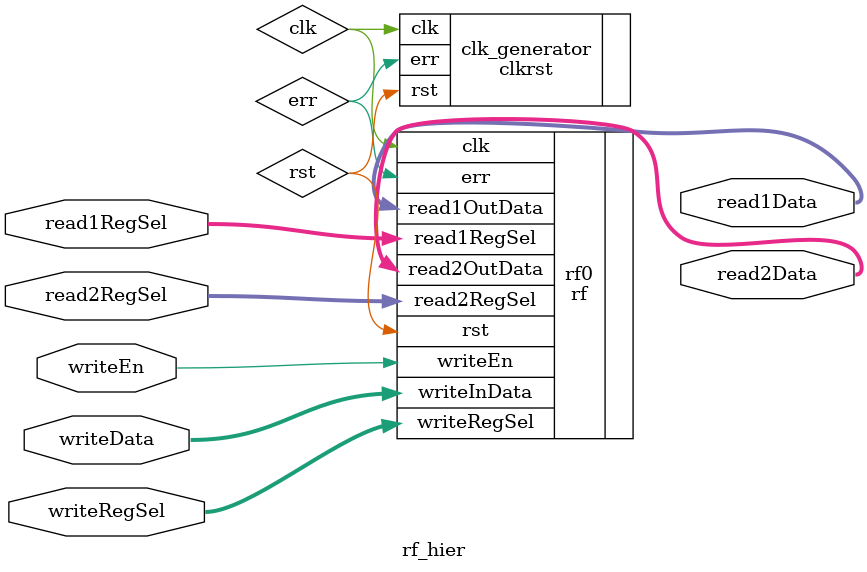
<source format=v>
/*
   CS/ECE 552, Spring '23
   Homework #3, Problem #1
  
   Wrapper module around 8x16b register file.

   YOU SHALL NOT EDIT THIS FILE. ANY CHANGES TO THIS FILE WILL
   RESULT IN ZERO FOR THIS PROBLEM.
*/
`default_nettype none
module rf_hier (
                // Outputs
                read1Data, read2Data, 
                // Inputs
                read1RegSel, read2RegSel, writeRegSel, writeData, writeEn
                );

   input wire [2:0]   read1RegSel;
   input wire [2:0]   read2RegSel;
   input wire [2:0]   writeRegSel;
   input wire [15:0]  writeData;
   input wire         writeEn;

   output wire [15:0] read1Data;
   output wire [15:0] read2Data;

   wire          clk, rst;
   wire          err;

   // Ignore err for now
   clkrst clk_generator(.clk(clk), .rst(rst), .err(err) );
   rf rf0 (
           // Outputs
           .read1OutData                 (read1Data[15:0]),
           .read2OutData                 (read2Data[15:0]),
           .err                          (err),
           // Inputs
           .clk                          (clk),
           .rst                          (rst),
           .read1RegSel                  (read1RegSel[2:0]),
           .read2RegSel                  (read2RegSel[2:0]),
           .writeRegSel                  (writeRegSel[2:0]),
           .writeInData                  (writeData[15:0]),
           .writeEn                      (writeEn));

endmodule
`default_nettype wire

</source>
